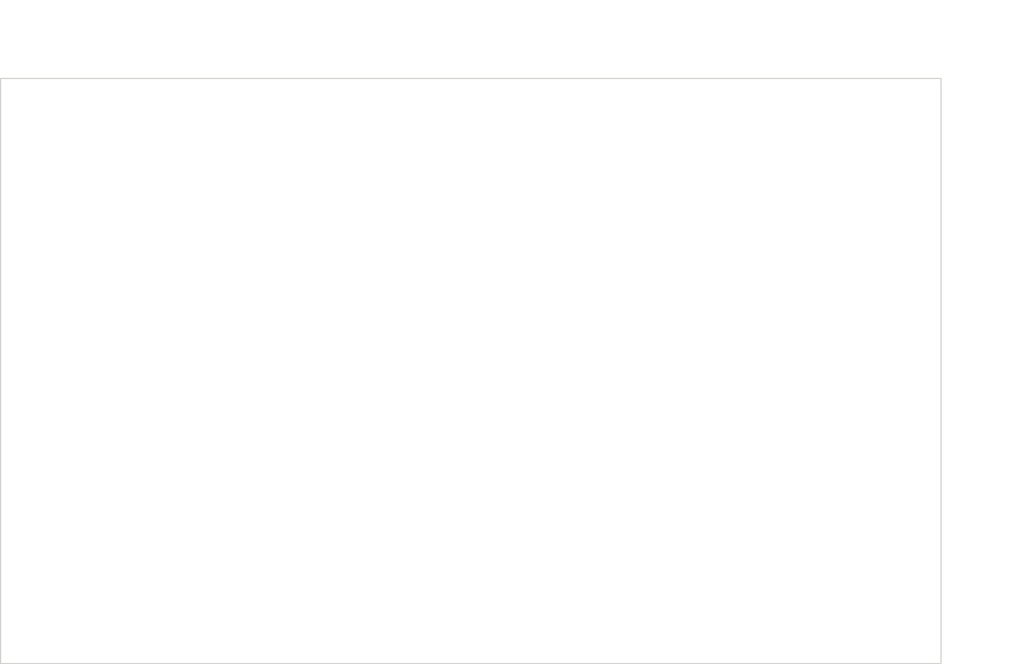
<source format=kicad_pcb>
(kicad_pcb (version 20171130) (host pcbnew "(5.1.0)-1")

  (general
    (thickness 1.6)
    (drawings 16)
    (tracks 0)
    (zones 0)
    (modules 0)
    (nets 1)
  )

  (page A4)
  (layers
    (0 F.Cu signal)
    (31 B.Cu signal)
    (32 B.Adhes user)
    (33 F.Adhes user)
    (34 B.Paste user)
    (35 F.Paste user)
    (36 B.SilkS user)
    (37 F.SilkS user)
    (38 B.Mask user)
    (39 F.Mask user)
    (40 Dwgs.User user)
    (41 Cmts.User user)
    (42 Eco1.User user)
    (43 Eco2.User user)
    (44 Edge.Cuts user)
    (45 Margin user)
    (46 B.CrtYd user)
    (47 F.CrtYd user)
    (48 B.Fab user)
    (49 F.Fab user)
  )

  (setup
    (last_trace_width 0.25)
    (trace_clearance 0.2)
    (zone_clearance 0.508)
    (zone_45_only no)
    (trace_min 0.2)
    (via_size 0.8)
    (via_drill 0.4)
    (via_min_size 0.4)
    (via_min_drill 0.3)
    (uvia_size 0.3)
    (uvia_drill 0.1)
    (uvias_allowed no)
    (uvia_min_size 0.2)
    (uvia_min_drill 0.1)
    (edge_width 0.05)
    (segment_width 0.2)
    (pcb_text_width 0.3)
    (pcb_text_size 1.5 1.5)
    (mod_edge_width 0.12)
    (mod_text_size 1 1)
    (mod_text_width 0.15)
    (pad_size 1.524 1.524)
    (pad_drill 0.762)
    (pad_to_mask_clearance 0.051)
    (solder_mask_min_width 0.25)
    (aux_axis_origin 0 0)
    (visible_elements FFFFFF7F)
    (pcbplotparams
      (layerselection 0x010fc_ffffffff)
      (usegerberextensions false)
      (usegerberattributes false)
      (usegerberadvancedattributes false)
      (creategerberjobfile false)
      (excludeedgelayer true)
      (linewidth 0.152400)
      (plotframeref false)
      (viasonmask false)
      (mode 1)
      (useauxorigin false)
      (hpglpennumber 1)
      (hpglpenspeed 20)
      (hpglpendiameter 15.000000)
      (psnegative false)
      (psa4output false)
      (plotreference true)
      (plotvalue true)
      (plotinvisibletext false)
      (padsonsilk false)
      (subtractmaskfromsilk false)
      (outputformat 1)
      (mirror false)
      (drillshape 1)
      (scaleselection 1)
      (outputdirectory ""))
  )

  (net 0 "")

  (net_class Default "This is the default net class."
    (clearance 0.2)
    (trace_width 0.25)
    (via_dia 0.8)
    (via_drill 0.4)
    (uvia_dia 0.3)
    (uvia_drill 0.1)
  )

  (gr_line (start 62.757617 144.831961) (end 221.757617 144.831961) (layer Edge.Cuts) (width 0.2))
  (gr_line (start 221.757617 144.831961) (end 221.757617 45.831961) (layer Edge.Cuts) (width 0.2))
  (gr_line (start 221.757617 45.831961) (end 62.757617 45.831961) (layer Edge.Cuts) (width 0.2))
  (gr_line (start 62.757617 45.831961) (end 62.757617 144.831961) (layer Edge.Cuts) (width 0.2))
  (gr_text [3.90] (at 231.757617 116.971422) (layer Dwgs.User)
    (effects (font (size 1.7 1.53) (thickness 0.2125)))
  )
  (gr_text " 99.00" (at 231.757617 113.413987) (layer Dwgs.User)
    (effects (font (size 1.7 1.53) (thickness 0.2125)))
  )
  (gr_line (start 231.757617 47.831961) (end 231.757617 111.524525) (layer Dwgs.User) (width 0.2))
  (gr_line (start 231.757617 142.831961) (end 231.757617 118.639396) (layer Dwgs.User) (width 0.2))
  (gr_line (start 222.757617 45.831961) (end 234.932617 45.831961) (layer Dwgs.User) (width 0.2))
  (gr_line (start 222.757617 144.831961) (end 234.932617 144.831961) (layer Dwgs.User) (width 0.2))
  (gr_text [6.26] (at 182.257617 37.721422) (layer Dwgs.User)
    (effects (font (size 1.7 1.53) (thickness 0.2125)))
  )
  (gr_text " 159.00" (at 182.257617 34.163987) (layer Dwgs.User)
    (effects (font (size 1.7 1.53) (thickness 0.2125)))
  )
  (gr_line (start 64.757617 35.831961) (end 177.552604 35.831961) (layer Dwgs.User) (width 0.2))
  (gr_line (start 219.757617 35.831961) (end 186.962631 35.831961) (layer Dwgs.User) (width 0.2))
  (gr_line (start 62.757617 44.831961) (end 62.757617 32.656961) (layer Dwgs.User) (width 0.2))
  (gr_line (start 221.757617 44.831961) (end 221.757617 32.656961) (layer Dwgs.User) (width 0.2))

)

</source>
